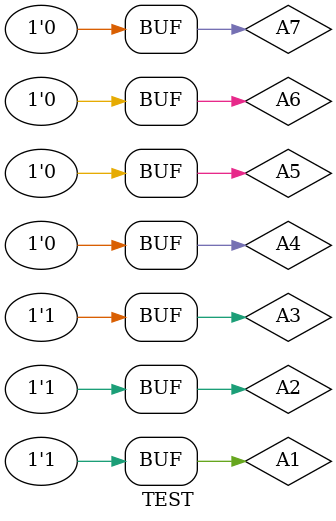
<source format=v>
`timescale 1ns / 1ps


module TEST;

	// Inputs
	reg A1;
	reg A2;
	reg A3;
	reg A4;
	reg A5;
	reg A6;
	reg A7;

	// Outputs
	wire OUT;

	// Instantiate the Unit Under Test (UUT)
	sumu2 uut (
		.A1(A1), 
		.A2(A2), 
		.A3(A3), 
		.A4(A4), 
		.A5(A5), 
		.A6(A6), 
		.A7(A7), 
		.OUT(OUT)
	);

	initial begin
		// Initialize Inputs
		A1 = 0;
		A2 = 0;
		A3 = 0;
		A4 = 0;
		A5 = 0;
		A6 = 0;
		A7 = 0;

		// Wait 100 ns for global reset to finish
		#100;
      A1 = 1;
		A2 = 1;
		A3 = 1;
		A4 = 0;
		A5 = 0;
		A6 = 0;
		A7 = 0;
		// Add stimulus here

	end
      
endmodule


</source>
